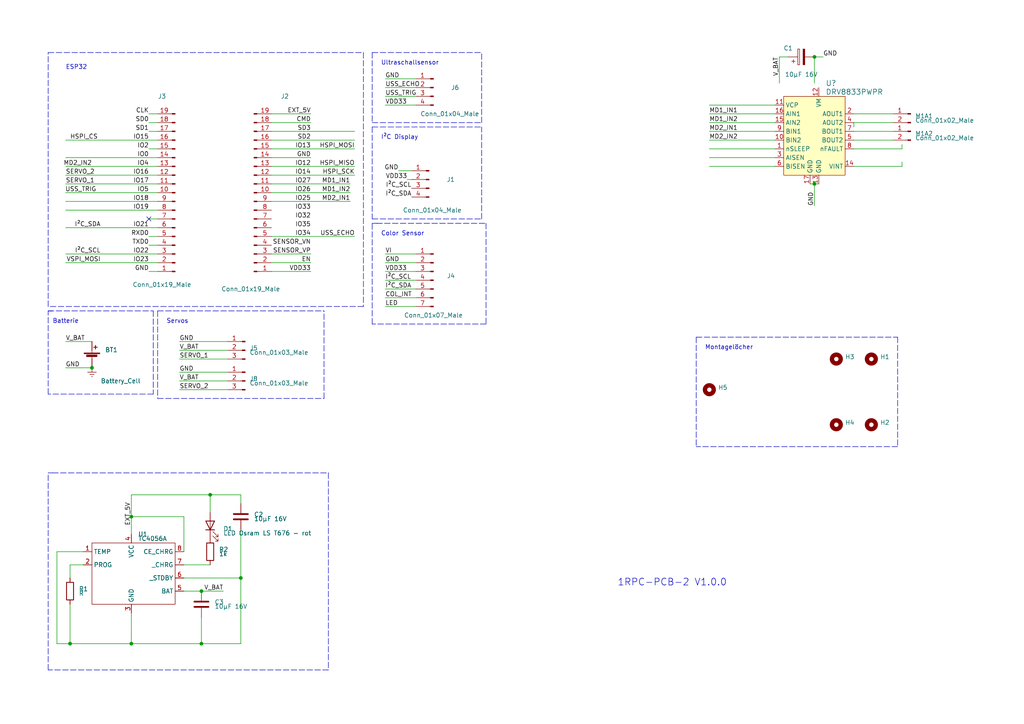
<source format=kicad_sch>
(kicad_sch (version 20211123) (generator eeschema)
  (paper "A4")
  (lib_symbols
    (symbol "Connector:Conn_01x02_Male" (pin_names (offset 1.016) hide)
      (property "Reference" "J" (at 0 2.54 0))
      (property "Value" "Conn_01x02_Male" (at 0 -5.08 0))
      (symbol "Conn_01x02_Male_1_1"
        (polyline (pts (xy 1.27 -2.54) (xy 0.8636 -2.54)) (stroke (width 0.1524)))
        (polyline (pts (xy 1.27 0) (xy 0.8636 0)) (stroke (width 0.1524)))
        (rectangle (start 0.8636 -2.413) (end 0 -2.667) (stroke (width 0.1524)) (fill (type outline)))
        (rectangle (start 0.8636 0.127) (end 0 -0.127) (stroke (width 0.1524)) (fill (type outline)))
        (pin passive line (at 5.08 0 180) (length 3.81) (name "Pin_1") (number "1"))
        (pin passive line (at 5.08 -2.54 180) (length 3.81) (name "Pin_2") (number "2"))
      )
    )
    (symbol "Connector:Conn_01x03_Male" (pin_names (offset 1.016) hide)
      (property "Reference" "J" (at 0 5.08 0))
      (property "Value" "Conn_01x03_Male" (at 0 -5.08 0))
      (symbol "Conn_01x03_Male_1_1"
        (polyline (pts (xy 1.27 -2.54) (xy 0.8636 -2.54)) (stroke (width 0.1524)))
        (polyline (pts (xy 1.27 0) (xy 0.8636 0)) (stroke (width 0.1524)))
        (polyline (pts (xy 1.27 2.54) (xy 0.8636 2.54)) (stroke (width 0.1524)))
        (rectangle (start 0.8636 -2.413) (end 0 -2.667) (stroke (width 0.1524)) (fill (type outline)))
        (rectangle (start 0.8636 0.127) (end 0 -0.127) (stroke (width 0.1524)) (fill (type outline)))
        (rectangle (start 0.8636 2.667) (end 0 2.413) (stroke (width 0.1524)) (fill (type outline)))
        (pin passive line (at 5.08 2.54 180) (length 3.81) (name "Pin_1") (number "1"))
        (pin passive line (at 5.08 0 180) (length 3.81) (name "Pin_2") (number "2"))
        (pin passive line (at 5.08 -2.54 180) (length 3.81) (name "Pin_3") (number "3"))
      )
    )
    (symbol "Connector:Conn_01x04_Male" (pin_names (offset 1.016) hide)
      (property "Reference" "J" (at 0 5.08 0))
      (property "Value" "Conn_01x04_Male" (at 0 -7.62 0))
      (symbol "Conn_01x04_Male_1_1"
        (polyline (pts (xy 1.27 -5.08) (xy 0.8636 -5.08)) (stroke (width 0.1524)))
        (polyline (pts (xy 1.27 -2.54) (xy 0.8636 -2.54)) (stroke (width 0.1524)))
        (polyline (pts (xy 1.27 0) (xy 0.8636 0)) (stroke (width 0.1524)))
        (polyline (pts (xy 1.27 2.54) (xy 0.8636 2.54)) (stroke (width 0.1524)))
        (rectangle (start 0.8636 -4.953) (end 0 -5.207) (stroke (width 0.1524)) (fill (type outline)))
        (rectangle (start 0.8636 -2.413) (end 0 -2.667) (stroke (width 0.1524)) (fill (type outline)))
        (rectangle (start 0.8636 0.127) (end 0 -0.127) (stroke (width 0.1524)) (fill (type outline)))
        (rectangle (start 0.8636 2.667) (end 0 2.413) (stroke (width 0.1524)) (fill (type outline)))
        (pin passive line (at 5.08 2.54 180) (length 3.81) (name "Pin_1") (number "1"))
        (pin passive line (at 5.08 0 180) (length 3.81) (name "Pin_2") (number "2"))
        (pin passive line (at 5.08 -2.54 180) (length 3.81) (name "Pin_3") (number "3"))
        (pin passive line (at 5.08 -5.08 180) (length 3.81) (name "Pin_4") (number "4"))
      )
    )
    (symbol "Connector:Conn_01x07_Male" (pin_names (offset 1.016) hide)
      (property "Reference" "J" (at 0 10.16 0))
      (property "Value" "Conn_01x07_Male" (at 0 -10.16 0))
      (symbol "Conn_01x07_Male_1_1"
        (polyline (pts (xy 1.27 -7.62) (xy 0.8636 -7.62)) (stroke (width 0.1524)))
        (polyline (pts (xy 1.27 -5.08) (xy 0.8636 -5.08)) (stroke (width 0.1524)))
        (polyline (pts (xy 1.27 -2.54) (xy 0.8636 -2.54)) (stroke (width 0.1524)))
        (polyline (pts (xy 1.27 0) (xy 0.8636 0)) (stroke (width 0.1524)))
        (polyline (pts (xy 1.27 2.54) (xy 0.8636 2.54)) (stroke (width 0.1524)))
        (polyline (pts (xy 1.27 5.08) (xy 0.8636 5.08)) (stroke (width 0.1524)))
        (polyline (pts (xy 1.27 7.62) (xy 0.8636 7.62)) (stroke (width 0.1524)))
        (rectangle (start 0.8636 -7.493) (end 0 -7.747) (stroke (width 0.1524)) (fill (type outline)))
        (rectangle (start 0.8636 -4.953) (end 0 -5.207) (stroke (width 0.1524)) (fill (type outline)))
        (rectangle (start 0.8636 -2.413) (end 0 -2.667) (stroke (width 0.1524)) (fill (type outline)))
        (rectangle (start 0.8636 0.127) (end 0 -0.127) (stroke (width 0.1524)) (fill (type outline)))
        (rectangle (start 0.8636 2.667) (end 0 2.413) (stroke (width 0.1524)) (fill (type outline)))
        (rectangle (start 0.8636 5.207) (end 0 4.953) (stroke (width 0.1524)) (fill (type outline)))
        (rectangle (start 0.8636 7.747) (end 0 7.493) (stroke (width 0.1524)) (fill (type outline)))
        (pin passive line (at 5.08 7.62 180) (length 3.81) (name "Pin_1") (number "1"))
        (pin passive line (at 5.08 5.08 180) (length 3.81) (name "Pin_2") (number "2"))
        (pin passive line (at 5.08 2.54 180) (length 3.81) (name "Pin_3") (number "3"))
        (pin passive line (at 5.08 0 180) (length 3.81) (name "Pin_4") (number "4"))
        (pin passive line (at 5.08 -2.54 180) (length 3.81) (name "Pin_5") (number "5"))
        (pin passive line (at 5.08 -5.08 180) (length 3.81) (name "Pin_6") (number "6"))
        (pin passive line (at 5.08 -7.62 180) (length 3.81) (name "Pin_7") (number "7"))
      )
    )
    (symbol "Connector:Conn_01x19_Male" (pin_names (offset 1.016) hide)
      (property "Reference" "J" (at 0 25.4 0))
      (property "Value" "Conn_01x19_Male" (at 0 -25.4 0))
      (symbol "Conn_01x19_Male_1_1"
        (polyline (pts (xy 1.27 -22.86) (xy 0.8636 -22.86)) (stroke (width 0.1524)))
        (polyline (pts (xy 1.27 -20.32) (xy 0.8636 -20.32)) (stroke (width 0.1524)))
        (polyline (pts (xy 1.27 -17.78) (xy 0.8636 -17.78)) (stroke (width 0.1524)))
        (polyline (pts (xy 1.27 -15.24) (xy 0.8636 -15.24)) (stroke (width 0.1524)))
        (polyline (pts (xy 1.27 -12.7) (xy 0.8636 -12.7)) (stroke (width 0.1524)))
        (polyline (pts (xy 1.27 -10.16) (xy 0.8636 -10.16)) (stroke (width 0.1524)))
        (polyline (pts (xy 1.27 -7.62) (xy 0.8636 -7.62)) (stroke (width 0.1524)))
        (polyline (pts (xy 1.27 -5.08) (xy 0.8636 -5.08)) (stroke (width 0.1524)))
        (polyline (pts (xy 1.27 -2.54) (xy 0.8636 -2.54)) (stroke (width 0.1524)))
        (polyline (pts (xy 1.27 0) (xy 0.8636 0)) (stroke (width 0.1524)))
        (polyline (pts (xy 1.27 2.54) (xy 0.8636 2.54)) (stroke (width 0.1524)))
        (polyline (pts (xy 1.27 5.08) (xy 0.8636 5.08)) (stroke (width 0.1524)))
        (polyline (pts (xy 1.27 7.62) (xy 0.8636 7.62)) (stroke (width 0.1524)))
        (polyline (pts (xy 1.27 10.16) (xy 0.8636 10.16)) (stroke (width 0.1524)))
        (polyline (pts (xy 1.27 12.7) (xy 0.8636 12.7)) (stroke (width 0.1524)))
        (polyline (pts (xy 1.27 15.24) (xy 0.8636 15.24)) (stroke (width 0.1524)))
        (polyline (pts (xy 1.27 17.78) (xy 0.8636 17.78)) (stroke (width 0.1524)))
        (polyline (pts (xy 1.27 20.32) (xy 0.8636 20.32)) (stroke (width 0.1524)))
        (polyline (pts (xy 1.27 22.86) (xy 0.8636 22.86)) (stroke (width 0.1524)))
        (rectangle (start 0.8636 -22.733) (end 0 -22.987) (stroke (width 0.1524)) (fill (type outline)))
        (rectangle (start 0.8636 -20.193) (end 0 -20.447) (stroke (width 0.1524)) (fill (type outline)))
        (rectangle (start 0.8636 -17.653) (end 0 -17.907) (stroke (width 0.1524)) (fill (type outline)))
        (rectangle (start 0.8636 -15.113) (end 0 -15.367) (stroke (width 0.1524)) (fill (type outline)))
        (rectangle (start 0.8636 -12.573) (end 0 -12.827) (stroke (width 0.1524)) (fill (type outline)))
        (rectangle (start 0.8636 -10.033) (end 0 -10.287) (stroke (width 0.1524)) (fill (type outline)))
        (rectangle (start 0.8636 -7.493) (end 0 -7.747) (stroke (width 0.1524)) (fill (type outline)))
        (rectangle (start 0.8636 -4.953) (end 0 -5.207) (stroke (width 0.1524)) (fill (type outline)))
        (rectangle (start 0.8636 -2.413) (end 0 -2.667) (stroke (width 0.1524)) (fill (type outline)))
        (rectangle (start 0.8636 0.127) (end 0 -0.127) (stroke (width 0.1524)) (fill (type outline)))
        (rectangle (start 0.8636 2.667) (end 0 2.413) (stroke (width 0.1524)) (fill (type outline)))
        (rectangle (start 0.8636 5.207) (end 0 4.953) (stroke (width 0.1524)) (fill (type outline)))
        (rectangle (start 0.8636 7.747) (end 0 7.493) (stroke (width 0.1524)) (fill (type outline)))
        (rectangle (start 0.8636 10.287) (end 0 10.033) (stroke (width 0.1524)) (fill (type outline)))
        (rectangle (start 0.8636 12.827) (end 0 12.573) (stroke (width 0.1524)) (fill (type outline)))
        (rectangle (start 0.8636 15.367) (end 0 15.113) (stroke (width 0.1524)) (fill (type outline)))
        (rectangle (start 0.8636 17.907) (end 0 17.653) (stroke (width 0.1524)) (fill (type outline)))
        (rectangle (start 0.8636 20.447) (end 0 20.193) (stroke (width 0.1524)) (fill (type outline)))
        (rectangle (start 0.8636 22.987) (end 0 22.733) (stroke (width 0.1524)) (fill (type outline)))
        (pin passive line (at 5.08 22.86 180) (length 3.81) (name "Pin_1") (number "1"))
        (pin passive line (at 5.08 0 180) (length 3.81) (name "Pin_10") (number "10"))
        (pin passive line (at 5.08 -2.54 180) (length 3.81) (name "Pin_11") (number "11"))
        (pin passive line (at 5.08 -5.08 180) (length 3.81) (name "Pin_12") (number "12"))
        (pin passive line (at 5.08 -7.62 180) (length 3.81) (name "Pin_13") (number "13"))
        (pin passive line (at 5.08 -10.16 180) (length 3.81) (name "Pin_14") (number "14"))
        (pin passive line (at 5.08 -12.7 180) (length 3.81) (name "Pin_15") (number "15"))
        (pin passive line (at 5.08 -15.24 180) (length 3.81) (name "Pin_16") (number "16"))
        (pin passive line (at 5.08 -17.78 180) (length 3.81) (name "Pin_17") (number "17"))
        (pin passive line (at 5.08 -20.32 180) (length 3.81) (name "Pin_18") (number "18"))
        (pin passive line (at 5.08 -22.86 180) (length 3.81) (name "Pin_19") (number "19"))
        (pin passive line (at 5.08 20.32 180) (length 3.81) (name "Pin_2") (number "2"))
        (pin passive line (at 5.08 17.78 180) (length 3.81) (name "Pin_3") (number "3"))
        (pin passive line (at 5.08 15.24 180) (length 3.81) (name "Pin_4") (number "4"))
        (pin passive line (at 5.08 12.7 180) (length 3.81) (name "Pin_5") (number "5"))
        (pin passive line (at 5.08 10.16 180) (length 3.81) (name "Pin_6") (number "6"))
        (pin passive line (at 5.08 7.62 180) (length 3.81) (name "Pin_7") (number "7"))
        (pin passive line (at 5.08 5.08 180) (length 3.81) (name "Pin_8") (number "8"))
        (pin passive line (at 5.08 2.54 180) (length 3.81) (name "Pin_9") (number "9"))
      )
    )
    (symbol "Device:Battery_Cell" (pin_numbers hide) (pin_names (offset 0) hide)
      (property "Reference" "BT" (at 2.54 2.54 0))
      (property "Value" "Battery_Cell" (at 2.54 0 0))
      (symbol "Battery_Cell_0_1"
        (rectangle (start -2.286 1.778) (end 2.286 1.524) (fill (type outline)))
        (rectangle (start -1.5748 1.1938) (end 1.4732 0.6858) (fill (type outline)))
        (polyline (pts (xy 0 0.762) (xy 0 0)))
        (polyline (pts (xy 0 1.778) (xy 0 2.54)))
        (polyline (pts (xy 0.508 3.429) (xy 1.524 3.429)) (stroke (width 0.254)))
        (polyline (pts (xy 1.016 3.937) (xy 1.016 2.921)) (stroke (width 0.254)))
      )
      (symbol "Battery_Cell_1_1"
        (pin passive line (at 0 5.08 270) (length 2.54) (name "+") (number "1"))
        (pin passive line (at 0 -2.54 90) (length 2.54) (name "-") (number "2"))
      )
    )
    (symbol "Device:C" (pin_numbers hide) (pin_names (offset 0.254))
      (property "Reference" "C" (at 0.635 2.54 0))
      (property "Value" "C" (at 0.635 -2.54 0))
      (symbol "C_0_1"
        (polyline (pts (xy -2.032 -0.762) (xy 2.032 -0.762)) (stroke (width 0.508)))
        (polyline (pts (xy -2.032 0.762) (xy 2.032 0.762)) (stroke (width 0.508)))
      )
      (symbol "C_1_1"
        (pin passive line (at 0 3.81 270) (length 2.794) (name "~") (number "1"))
        (pin passive line (at 0 -3.81 90) (length 2.794) (name "~") (number "2"))
      )
    )
    (symbol "Device:C_Polarized" (pin_numbers hide) (pin_names (offset 0.254))
      (property "Reference" "C" (at 0.635 2.54 0))
      (property "Value" "C_Polarized" (at 0.635 -2.54 0))
      (symbol "C_Polarized_0_1"
        (rectangle (start -2.286 0.508) (end 2.286 1.016))
        (polyline (pts (xy -1.778 2.286) (xy -0.762 2.286)))
        (polyline (pts (xy -1.27 2.794) (xy -1.27 1.778)))
        (rectangle (start 2.286 -0.508) (end -2.286 -1.016) (fill (type outline)))
      )
      (symbol "C_Polarized_1_1"
        (pin passive line (at 0 3.81 270) (length 2.794) (name "~") (number "1"))
        (pin passive line (at 0 -3.81 90) (length 2.794) (name "~") (number "2"))
      )
    )
    (symbol "Device:LED" (pin_numbers hide) (pin_names (offset 1.016) hide)
      (property "Reference" "D" (at 0 2.54 0))
      (property "Value" "LED" (at 0 -2.54 0))
      (symbol "LED_0_1"
        (polyline (pts (xy -1.27 -1.27) (xy -1.27 1.27)) (stroke (width 0.254)))
        (polyline (pts (xy -1.27 0) (xy 1.27 0)))
        (polyline (pts (xy 1.27 -1.27) (xy 1.27 1.27) (xy -1.27 0) (xy 1.27 -1.27)) (stroke (width 0.254)))
        (polyline (pts (xy -3.048 -0.762) (xy -4.572 -2.286) (xy -3.81 -2.286) (xy -4.572 -2.286) (xy -4.572 -1.524)))
        (polyline (pts (xy -1.778 -0.762) (xy -3.302 -2.286) (xy -2.54 -2.286) (xy -3.302 -2.286) (xy -3.302 -1.524)))
      )
      (symbol "LED_1_1"
        (pin passive line (at -3.81 0 0) (length 2.54) (name "K") (number "1"))
        (pin passive line (at 3.81 0 180) (length 2.54) (name "A") (number "2"))
      )
    )
    (symbol "Device:R" (pin_numbers hide) (pin_names (offset 0))
      (property "Reference" "R" (at 2.032 0 90))
      (property "Value" "R" (at 0 0 90))
      (symbol "R_0_1"
        (rectangle (start -1.016 -2.54) (end 1.016 2.54) (stroke (width 0.254)))
      )
      (symbol "R_1_1"
        (pin passive line (at 0 3.81 270) (length 1.27) (name "~") (number "1"))
        (pin passive line (at 0 -3.81 90) (length 1.27) (name "~") (number "2"))
      )
    )
    (symbol "Mechanical:MountingHole" (pin_names (offset 1.016))
      (property "Reference" "H" (at 0 5.08 0))
      (property "Value" "MountingHole" (at 0 3.175 0))
      (symbol "MountingHole_0_1"
        (circle (center 0 0) (radius 1.27) (stroke (width 1.27)))
      )
    )
    (symbol "MountingHole_1" (pin_names (offset 1.016) hide)
      (property "Reference" "H" (at 0 5.08 0))
      (property "Value" "MountingHole_1" (at 0 3.175 0))
      (symbol "MountingHole_1_0_1"
        (circle (center 0 0) (radius 1.27) (stroke (width 1.27)))
      )
    )
    (symbol "ch1:TC4056A"
      (property "Reference" "U" (at -2.54 15.24 0))
      (property "Value" "TC4056A" (at 3.81 -31.75 0))
      (symbol "TC4056A_0_1"
        (rectangle (start -3.81 10.16) (end 20.32 -7.62))
      )
      (symbol "TC4056A_1_1"
        (pin passive line (at -6.35 7.62 0) (length 2.54) (name "TEMP") (number "1"))
        (pin passive line (at -6.35 3.81 0) (length 2.54) (name "PROG") (number "2"))
        (pin passive line (at 7.62 -10.16 90) (length 2.54) (name "GND") (number "3"))
        (pin power_in line (at 7.62 12.7 270) (length 2.54) (name "VCC") (number "4"))
        (pin passive line (at 22.86 -3.81 180) (length 2.54) (name "BAT") (number "5"))
        (pin passive line (at 22.86 0 180) (length 2.54) (name "_STDBY") (number "6"))
        (pin passive line (at 22.86 3.81 180) (length 2.54) (name "_CHRG") (number "7"))
        (pin passive line (at 22.86 7.62 180) (length 2.54) (name "CE_CHRG") (number "8"))
      )
    )
    (symbol "dk_PMIC-Full-Half-Bridge-Drivers:DRV8833PWPR"
      (property "Reference" "U" (at -7.62 13.97 0))
      (property "Value" "DRV8833PWPR" (at -5.08 16.51 0))
      (symbol "DRV8833PWPR_0_1"
        (rectangle (start -10.16 12.7) (end 7.62 -10.16) (fill (type background)))
      )
      (symbol "DRV8833PWPR_1_1"
        (pin input line (at -12.7 -2.54 0) (length 2.54) (name "nSLEEP") (number "1"))
        (pin input line (at -12.7 0 0) (length 2.54) (name "BIN2") (number "10"))
        (pin bidirectional line (at -12.7 10.16 0) (length 2.54) (name "VCP") (number "11"))
        (pin power_in line (at 0 15.24 270) (length 2.54) (name "VM") (number "12"))
        (pin power_in line (at 0 -12.7 90) (length 2.54) (name "GND") (number "13"))
        (pin passive line (at 10.16 -7.62 180) (length 2.54) (name "VINT") (number "14"))
        (pin input line (at -12.7 5.08 0) (length 2.54) (name "AIN2") (number "15"))
        (pin input line (at -12.7 7.62 0) (length 2.54) (name "AIN1") (number "16"))
        (pin unspecified line (at -2.54 -12.7 90) (length 2.54) (name "GND") (number "17"))
        (pin output line (at 10.16 7.62 180) (length 2.54) (name "AOUT1") (number "2"))
        (pin bidirectional line (at -12.7 -5.08 0) (length 2.54) (name "AISEN") (number "3"))
        (pin output line (at 10.16 5.08 180) (length 2.54) (name "AOUT2") (number "4"))
        (pin output line (at 10.16 0 180) (length 2.54) (name "BOUT2") (number "5"))
        (pin bidirectional line (at -12.7 -7.62 0) (length 2.54) (name "BISEN") (number "6"))
        (pin output line (at 10.16 2.54 180) (length 2.54) (name "BOUT1") (number "7"))
        (pin output line (at 10.16 -2.54 180) (length 2.54) (name "nFAULT") (number "8"))
        (pin input line (at -12.7 2.54 0) (length 2.54) (name "BIN1") (number "9"))
      )
    )
    (symbol "power:Earth" (power) (pin_names (offset 0))
      (symbol "Earth_0_1"
        (polyline (pts (xy -0.635 -1.905) (xy 0.635 -1.905)))
        (polyline (pts (xy -0.127 -2.54) (xy 0.127 -2.54)))
        (polyline (pts (xy 0 -1.27) (xy 0 0)))
        (polyline (pts (xy 1.27 -1.27) (xy -1.27 -1.27)))
      )
      (symbol "Earth_1_1"
        (pin power_in line (at 0 0 270) (length 0) hide (name "Earth") (number "1"))
      )
    )
  )
  (junction (at 20.32 186.69))
  (junction (at 236.22 53.34))
  (junction (at 58.42 186.69))
  (junction (at 38.1 149.86))
  (junction (at 38.1 186.69))
  (junction (at 236.22 16.51))
  (junction (at 26.67 106.68))
  (junction (at 60.96 143.51))
  (junction (at 69.85 167.64))
  (junction (at 58.42 171.45))
  (no_connect (at 43.18 63.5))
  (wire (pts (xy 111.76 88.9) (xy 120.65 88.9)))
  (wire (pts (xy 43.18 68.58) (xy 45.72 68.58)))
  (wire (pts (xy 45.72 73.66) (xy 19.05 73.66)))
  (wire (pts (xy 205.74 30.48) (xy 224.79 30.48)))
  (wire (pts (xy 247.65 40.64) (xy 259.08 40.64)))
  (polyline (pts (xy 13.97 137.16) (xy 15.24 137.16)))
  (wire (pts (xy 102.87 43.18) (xy 78.74 43.18)))
  (polyline (pts (xy 107.95 36.83) (xy 107.95 63.5)))
  (wire (pts (xy 78.74 68.58) (xy 102.87 68.58)))
  (polyline (pts (xy 13.97 194.31) (xy 13.97 137.16)))
  (wire (pts (xy 111.76 22.86) (xy 120.65 22.86)))
  (polyline (pts (xy 107.95 36.83) (xy 139.7 36.83)))
  (wire (pts (xy 205.74 40.64) (xy 224.79 40.64)))
  (wire (pts (xy 247.65 48.26) (xy 261.62 48.26)))
  (polyline (pts (xy 95.25 137.16) (xy 95.25 194.31)))
  (wire (pts (xy 111.76 30.48) (xy 120.65 30.48)))
  (polyline (pts (xy 44.45 114.3) (xy 13.97 114.3)))
  (wire (pts (xy 66.04 110.49) (xy 52.07 110.49)))
  (wire (pts (xy 205.74 48.26) (xy 224.79 48.26)))
  (wire (pts (xy 53.34 149.86) (xy 38.1 149.86)))
  (wire (pts (xy 19.05 50.8) (xy 45.72 50.8)))
  (wire (pts (xy 90.17 78.74) (xy 78.74 78.74)))
  (wire (pts (xy 58.42 186.69) (xy 38.1 186.69)))
  (wire (pts (xy 111.76 25.4) (xy 120.65 25.4)))
  (wire (pts (xy 45.72 76.2) (xy 19.05 76.2)))
  (wire (pts (xy 43.18 43.18) (xy 45.72 43.18)))
  (wire (pts (xy 236.22 53.34) (xy 237.49 53.34)))
  (wire (pts (xy 247.65 35.56) (xy 247.65 36.83)))
  (polyline (pts (xy 107.95 63.5) (xy 139.7 63.5)))
  (polyline (pts (xy 13.97 90.17) (xy 44.45 90.17)))
  (wire (pts (xy 247.65 43.18) (xy 261.62 43.18)))
  (polyline (pts (xy 95.25 194.31) (xy 13.97 194.31)))
  (wire (pts (xy 45.72 40.64) (xy 19.05 40.64)))
  (wire (pts (xy 226.06 16.51) (xy 228.6 16.51)))
  (wire (pts (xy 45.72 58.42) (xy 19.05 58.42)))
  (wire (pts (xy 16.51 186.69) (xy 20.32 186.69)))
  (wire (pts (xy 69.85 143.51) (xy 69.85 146.05)))
  (polyline (pts (xy 105.41 88.9) (xy 13.97 88.9)))
  (polyline (pts (xy 13.97 88.9) (xy 13.97 15.24)))
  (wire (pts (xy 38.1 149.86) (xy 38.1 154.94)))
  (wire (pts (xy 111.76 76.2) (xy 120.65 76.2)))
  (polyline (pts (xy 13.97 15.24) (xy 105.41 15.24)))
  (wire (pts (xy 90.17 33.02) (xy 78.74 33.02)))
  (wire (pts (xy 78.74 53.34) (xy 101.6 53.34)))
  (wire (pts (xy 53.34 171.45) (xy 58.42 171.45)))
  (wire (pts (xy 19.05 99.06) (xy 26.67 99.06)))
  (wire (pts (xy 90.17 45.72) (xy 78.74 45.72)))
  (wire (pts (xy 60.96 143.51) (xy 60.96 148.59)))
  (wire (pts (xy 19.05 106.68) (xy 26.67 106.68)))
  (wire (pts (xy 69.85 153.67) (xy 69.85 167.64)))
  (wire (pts (xy 45.72 33.02) (xy 43.18 33.02)))
  (wire (pts (xy 205.74 45.72) (xy 224.79 45.72)))
  (wire (pts (xy 58.42 179.07) (xy 58.42 186.69)))
  (wire (pts (xy 111.76 83.82) (xy 120.65 83.82)))
  (wire (pts (xy 102.87 50.8) (xy 78.74 50.8)))
  (polyline (pts (xy 107.95 64.77) (xy 110.49 64.77)))
  (polyline (pts (xy 201.93 97.79) (xy 201.93 129.54)))
  (wire (pts (xy 236.22 16.51) (xy 238.76 16.51)))
  (wire (pts (xy 247.65 33.02) (xy 259.08 33.02)))
  (polyline (pts (xy 260.35 97.79) (xy 260.35 129.54)))
  (wire (pts (xy 205.74 43.18) (xy 224.79 43.18)))
  (wire (pts (xy 52.07 99.06) (xy 66.04 99.06)))
  (wire (pts (xy 20.32 163.83) (xy 20.32 167.64)))
  (wire (pts (xy 234.95 53.34) (xy 236.22 53.34)))
  (wire (pts (xy 111.76 81.28) (xy 120.65 81.28)))
  (wire (pts (xy 261.62 46.99) (xy 261.62 48.26)))
  (wire (pts (xy 247.65 38.1) (xy 259.08 38.1)))
  (wire (pts (xy 111.76 86.36) (xy 120.65 86.36)))
  (wire (pts (xy 20.32 186.69) (xy 38.1 186.69)))
  (polyline (pts (xy 107.95 35.56) (xy 139.7 35.56)))
  (polyline (pts (xy 201.93 97.79) (xy 260.35 97.79)))
  (wire (pts (xy 102.87 40.64) (xy 78.74 40.64)))
  (polyline (pts (xy 139.7 63.5) (xy 139.7 36.83)))
  (polyline (pts (xy 13.97 90.17) (xy 15.24 90.17)))
  (wire (pts (xy 20.32 175.26) (xy 20.32 186.69)))
  (polyline (pts (xy 93.98 115.57) (xy 93.98 90.17)))
  (wire (pts (xy 43.18 71.12) (xy 45.72 71.12)))
  (wire (pts (xy 53.34 163.83) (xy 60.96 163.83)))
  (wire (pts (xy 45.72 45.72) (xy 19.05 45.72)))
  (polyline (pts (xy 105.41 15.24) (xy 105.41 88.9)))
  (wire (pts (xy 261.62 41.91) (xy 261.62 43.18)))
  (wire (pts (xy 102.87 38.1) (xy 78.74 38.1)))
  (polyline (pts (xy 13.97 114.3) (xy 13.97 90.17)))
  (polyline (pts (xy 15.24 137.16) (xy 95.25 137.16)))
  (wire (pts (xy 118.11 52.07) (xy 119.38 52.07)))
  (wire (pts (xy 43.18 78.74) (xy 45.72 78.74)))
  (wire (pts (xy 43.18 38.1) (xy 45.72 38.1)))
  (polyline (pts (xy 139.7 35.56) (xy 139.7 15.24)))
  (wire (pts (xy 60.96 143.51) (xy 69.85 143.51)))
  (wire (pts (xy 19.05 53.34) (xy 45.72 53.34)))
  (wire (pts (xy 52.07 104.14) (xy 66.04 104.14)))
  (wire (pts (xy 38.1 143.51) (xy 60.96 143.51)))
  (polyline (pts (xy 44.45 90.17) (xy 44.45 114.3)))
  (polyline (pts (xy 109.22 64.77) (xy 140.97 64.77)))
  (wire (pts (xy 69.85 167.64) (xy 69.85 186.69)))
  (wire (pts (xy 24.13 160.02) (xy 16.51 160.02)))
  (wire (pts (xy 111.76 27.94) (xy 120.65 27.94)))
  (polyline (pts (xy 107.95 93.98) (xy 107.95 64.77)))
  (wire (pts (xy 38.1 143.51) (xy 38.1 149.86)))
  (wire (pts (xy 111.76 78.74) (xy 120.65 78.74)))
  (wire (pts (xy 205.74 33.02) (xy 224.79 33.02)))
  (wire (pts (xy 226.06 16.51) (xy 226.06 24.13)))
  (wire (pts (xy 111.76 73.66) (xy 120.65 73.66)))
  (polyline (pts (xy 107.95 15.24) (xy 107.95 35.56)))
  (wire (pts (xy 205.74 38.1) (xy 224.79 38.1)))
  (wire (pts (xy 78.74 55.88) (xy 101.6 55.88)))
  (wire (pts (xy 53.34 160.02) (xy 53.34 149.86)))
  (wire (pts (xy 45.72 55.88) (xy 19.05 55.88)))
  (wire (pts (xy 43.18 35.56) (xy 45.72 35.56)))
  (wire (pts (xy 16.51 160.02) (xy 16.51 186.69)))
  (wire (pts (xy 69.85 186.69) (xy 58.42 186.69)))
  (wire (pts (xy 52.07 113.03) (xy 66.04 113.03)))
  (wire (pts (xy 236.22 16.51) (xy 236.22 24.13)))
  (wire (pts (xy 205.74 35.56) (xy 224.79 35.56)))
  (polyline (pts (xy 45.72 90.17) (xy 45.72 115.57)))
  (polyline (pts (xy 260.35 129.54) (xy 201.93 129.54)))
  (wire (pts (xy 43.18 63.5) (xy 45.72 63.5)))
  (polyline (pts (xy 45.72 115.57) (xy 93.98 115.57)))
  (wire (pts (xy 52.07 107.95) (xy 66.04 107.95)))
  (wire (pts (xy 66.04 101.6) (xy 52.07 101.6)))
  (polyline (pts (xy 140.97 93.98) (xy 107.95 93.98)))
  (wire (pts (xy 236.22 53.34) (xy 236.22 59.69)))
  (wire (pts (xy 115.57 49.53) (xy 119.38 49.53)))
  (polyline (pts (xy 140.97 64.77) (xy 140.97 93.98)))
  (wire (pts (xy 78.74 58.42) (xy 101.6 58.42)))
  (wire (pts (xy 24.13 163.83) (xy 20.32 163.83)))
  (wire (pts (xy 102.87 48.26) (xy 78.74 48.26)))
  (wire (pts (xy 259.08 35.56) (xy 247.65 35.56)))
  (polyline (pts (xy 45.72 90.17) (xy 93.98 90.17)))
  (wire (pts (xy 45.72 60.96) (xy 19.05 60.96)))
  (wire (pts (xy 53.34 167.64) (xy 69.85 167.64)))
  (wire (pts (xy 45.72 48.26) (xy 19.05 48.26)))
  (wire (pts (xy 78.74 76.2) (xy 90.17 76.2)))
  (wire (pts (xy 38.1 177.8) (xy 38.1 186.69)))
  (wire (pts (xy 19.05 66.04) (xy 45.72 66.04)))
  (wire (pts (xy 78.74 73.66) (xy 90.17 73.66)))
  (wire (pts (xy 90.17 35.56) (xy 78.74 35.56)))
  (polyline (pts (xy 107.95 15.24) (xy 139.7 15.24)))
  (wire (pts (xy 58.42 171.45) (xy 64.77 171.45)))
  (text "I²C Display" (at 110.49 40.64 0) (effects (font (size 1.27 1.27)) (justify left bottom)))
  (text "Montagelöcher" (at 204.47 101.6 0) (effects (font (size 1.27 1.27)) (justify left bottom)))
  (text "1RPC-PCB-2 V1.0.0" (at 179.07 170.18 0) (effects (font (size 2 2)) (justify left bottom)))
  (text "Servos" (at 48.26 93.98 0) (effects (font (size 1.27 1.27)) (justify left bottom)))
  (text "Ultraschallsensor" (at 110.49 19.05 0) (effects (font (size 1.27 1.27)) (justify left bottom)))
  (text "Color Sensor" (at 110.49 68.58 0) (effects (font (size 1.27 1.27)) (justify left bottom)))
  (text "ESP32 " (at 19.05 20.32 0) (effects (font (size 1.27 1.27)) (justify left bottom)))
  (text "Batterie" (at 15.24 93.98 0) (effects (font (size 1.27 1.27)) (justify left bottom)))
  (label "IO16" (at 43.18 50.8 180))
  (label "HSPI_SCK" (at 102.87 50.8 180))
  (label "USS_TRIG" (at 27.94 55.88 180))
  (label "HSPI_MISO" (at 102.87 48.26 180))
  (label "V_BAT" (at 52.07 110.49 0))
  (label "IO23" (at 43.18 76.2 180))
  (label "MD2_IN1" (at 101.6 58.42 180))
  (label "IO15" (at 43.18 40.64 180))
  (label "EXT_5V" (at 90.17 33.02 180))
  (label "SD3" (at 90.17 38.1 180))
  (label "I²C_SCL" (at 29.21 73.66 180))
  (label "EN" (at 90.17 76.2 180))
  (label "VDD33" (at 111.76 78.74 0))
  (label "IO14" (at 90.17 50.8 180))
  (label "HSPI_MOSI" (at 102.87 43.18 180))
  (label "VSPI_MOSI" (at 29.21 76.2 180))
  (label "I²C_SCL" (at 119.38 54.61 180))
  (label "IO21" (at 43.18 66.04 180))
  (label "IO25" (at 90.17 58.42 180))
  (label "MD1_IN1" (at 101.6 53.34 180))
  (label "USS_ECHO" (at 102.87 68.58 180))
  (label "IO12" (at 90.17 48.26 180))
  (label "MD1_IN2" (at 205.74 35.56 0))
  (label "SENSOR_VN" (at 90.17 71.12 180))
  (label "SERVO_1" (at 19.05 53.34 0))
  (label "IO4" (at 43.18 48.26 180))
  (label "VSPI_CS" (at -10.16 53.34 180))
  (label "IO2" (at 43.18 43.18 180))
  (label "MD2_IN2" (at 205.74 40.64 0))
  (label "IO13" (at 90.17 43.18 180))
  (label "MD2_IN1" (at 205.74 38.1 0))
  (label "I²C_SDA" (at 119.38 57.15 180))
  (label "V_BAT" (at 19.05 99.06 0))
  (label "CMD" (at 90.17 35.56 180))
  (label "VI" (at 111.76 73.66 0))
  (label "GND" (at 111.76 22.86 0))
  (label "USS_ECHO" (at 111.76 25.4 0))
  (label "HSPI_CS" (at 20.32 40.64 0))
  (label "I²C_SDA" (at 111.76 83.82 0))
  (label "IO0" (at 43.18 45.72 180))
  (label "SD2" (at 90.17 40.64 180))
  (label "GND" (at 115.57 49.53 180))
  (label "GND" (at 90.17 45.72 180))
  (label "SERVO_2" (at 19.05 50.8 0))
  (label "V_BAT" (at 64.77 171.45 180))
  (label "IO35" (at 90.17 66.04 180))
  (label "GND" (at 52.07 107.95 0))
  (label "IO32" (at 90.17 63.5 180))
  (label "IO22" (at 43.18 73.66 180))
  (label "V_BAT" (at 226.06 16.51 270))
  (label "RXD0" (at 43.18 68.58 180))
  (label "IO17" (at 43.18 53.34 180))
  (label "TXD0" (at 43.18 71.12 180))
  (label "SD0" (at 43.18 35.56 180))
  (label "CLK" (at 43.18 33.02 180))
  (label "VSPI_MISO" (at -7.62 59.69 180))
  (label "IO18" (at 43.18 58.42 180))
  (label "VSPI_SCK" (at -6.35 55.88 180))
  (label "GND" (at 43.18 78.74 180))
  (label "SD1" (at 43.18 38.1 180))
  (label "I²C_SDA" (at 29.21 66.04 180))
  (label "COL_INT" (at 111.76 86.36 0))
  (label "MD1_IN2" (at 101.6 55.88 180))
  (label "GND" (at 52.07 99.06 0))
  (label "IO33" (at 90.17 60.96 180))
  (label "SERVO_2" (at 52.07 113.03 0))
  (label "VDD33" (at 90.17 78.74 180))
  (label "LED" (at 111.76 88.9 0))
  (label "IO27" (at 90.17 53.34 180))
  (label "I²C_SCL" (at 111.76 81.28 0))
  (label "IO5" (at 43.18 55.88 180))
  (label "VDD33" (at 118.11 52.07 180))
  (label "MD1_IN1" (at 205.74 33.02 0))
  (label "USS_TRIG" (at 111.76 27.94 0))
  (label "VDD33" (at 111.76 30.48 0))
  (label "IO34" (at 90.17 68.58 180))
  (label "IO19" (at 43.18 60.96 180))
  (label "IO26" (at 90.17 55.88 180))
  (label "GND" (at 236.22 59.69 90))
  (label "SERVO_1" (at 52.07 104.14 0))
  (label "GND" (at 238.76 16.51 0))
  (label "MD2_IN2" (at 26.67 48.26 180))
  (label "V_BAT" (at 52.07 101.6 0))
  (label "EXT_5V" (at 38.1 152.4 90))
  (label "GND" (at 111.76 76.2 0))
  (label "GND" (at 19.05 106.68 0))
  (label "SENSOR_VP" (at 90.17 73.66 180))
  (symbol (lib_id "Connector:Conn_01x02_Male") (at 264.16 33.02 0) (mirror y) (unit 1)
    (property "Reference" "M1A1" (at 265.43 33.655 0) (effects (justify right)))
    (property "Value" "Conn_01x02_Male" (at 265.43 34.925 0) (effects (justify right)))
    (property "Footprint" "Connector_JST:JST_XH_B2B-XH-A_1x02_P2.50mm_Vertical" (effects hide))
  )
  (symbol (lib_id "Connector:Conn_01x19_Male") (at 50.8 55.88 180) (unit 1)
    (property "Reference" "J3" (at 46.99 27.94 0))
    (property "Value" "Conn_01x19_Male" (at 46.99 82.55 0))
    (property "Footprint" "Connector_PinSocket_2.54mm:PinSocket_1x19_P2.54mm_Vertical" (effects hide))
  )
  (symbol (lib_id "Connector:Conn_01x07_Male") (at 125.73 81.28 0) (mirror y) (unit 1)
    (property "Reference" "J4" (at 130.81 80.01 0))
    (property "Value" "Conn_01x07_Male" (at 125.73 91.44 0))
    (property "Footprint" "Connector_JST:JST_XH_B7B-XH-A_1x07_P2.50mm_Vertical" (effects hide))
  )
  (symbol (lib_id "Connector:Conn_01x03_Male") (at 71.12 110.49 0) (mirror y) (unit 1)
    (property "Reference" "J8" (at 72.39 109.855 0) (effects (justify right)))
    (property "Value" "Conn_01x03_Male" (at 72.39 111.125 0) (effects (justify right)))
    (property "Footprint" "Connector_JST:JST_XH_B3B-XH-A_1x03_P2.50mm_Vertical" (effects hide))
  )
  (symbol (lib_id "Device:C") (at 69.85 149.86 0) (unit 1)
    (property "Reference" "C2" (at 73.66 149.225 0) (effects (justify left)))
    (property "Value" "10µF 16V" (at 73.66 150.495 0) (effects (justify left)))
    (property "Footprint" "Capacitor_SMD:CP_Elec_6.3x3" (effects hide))
  )
  (symbol (lib_id "Device:R") (at 20.32 171.45 0) (unit 1)
    (property "Reference" "R1" (at 22.86 170.815 0) (effects (justify left)))
    (property "Value" "R" (at 22.86 172.085 0) (effects (justify left)))
    (property "Footprint" "Resistor_SMD:R_0805_2012Metric" (effects hide))
  )
  (symbol (lib_id "Device:C") (at 58.42 175.26 0) (unit 1)
    (property "Reference" "C3" (at 62.23 174.625 0) (effects (justify left)))
    (property "Value" "10µF 16V" (at 62.23 175.895 0) (effects (justify left)))
    (property "Footprint" "Capacitor_SMD:CP_Elec_6.3x3" (effects hide))
  )
  (symbol (lib_id "Connector:Conn_01x04_Male") (at 124.46 52.07 0) (mirror y) (unit 1)
    (property "Reference" "J1" (at 129.54 52.07 0) (effects (justify right)))
    (property "Value" "Conn_01x04_Male" (at 116.84 60.96 0) (effects (justify right)))
    (property "Footprint" "Connector_JST:JST_XH_B4B-XH-A_1x04_P2.50mm_Vertical" (effects hide))
  )
  (symbol (lib_id "Device:R") (at 60.96 160.02 0) (unit 1)
    (property "Reference" "R2" (at 63.5 159.385 0) (effects (justify left)))
    (property "Value" "1k" (at 63.5 160.655 0) (effects (justify left)))
    (property "Footprint" "Resistor_SMD:R_0805_2012Metric" (effects hide))
  )
  (symbol (lib_id "Device:C_Polarized") (at 232.41 16.51 90) (unit 1)
    (property "Reference" "C1" (at 228.6 13.97 90))
    (property "Value" "10µF 16V" (at 232.41 21.59 90))
    (property "Footprint" "Capacitor_SMD:CP_Elec_6.3x7.7" (effects hide))
  )
  (symbol (lib_id "Connector:Conn_01x04_Male") (at 125.73 25.4 0) (mirror y) (unit 1)
    (property "Reference" "J6" (at 130.81 25.4 0) (effects (justify right)))
    (property "Value" "Conn_01x04_Male" (at 121.92 33.02 0) (effects (justify right)))
    (property "Footprint" "Connector_PinSocket_2.54mm:PinSocket_1x04_P2.54mm_Vertical" (effects hide))
  )
  (symbol (lib_name "MountingHole_1") (lib_id "Mechanical:MountingHole") (at 242.57 104.14 0) (unit 1)
    (property "Reference" "H3" (at 245.11 103.505 0) (effects (justify left)))
    (property "Value" "MountingHole" (effects hide))
    (property "Footprint" "MountingHole:MountingHole_2.2mm_M2_DIN965_Pad_TopBottom" (effects hide))
  )
  (symbol (lib_id "ch1:TC4056A") (at 30.48 167.64 0) (unit 1)
    (property "Reference" "U1" (at 40.0559 154.94 0) (effects (justify left)))
    (property "Value" "TC4056A" (at 40.0559 156.21 0) (effects (justify left)))
    (property "Footprint" "Package_SO:SOIC-8-1EP_3.9x4.9mm_P1.27mm_EP2.41x3.81mm" (effects hide))
  )
  (symbol (lib_id "Device:LED") (at 60.96 152.4 90) (unit 1)
    (property "Reference" "D1" (at 64.77 153.3525 90) (effects (justify right)))
    (property "Value" "LED Osram LS T676 - rot" (at 64.77 154.6225 90) (effects (justify right)))
    (property "Footprint" "LED_SMD:LED_PLCC-2" (effects hide))
  )
  (symbol (lib_id "Mechanical:MountingHole") (at 252.73 104.14 0) (unit 1)
    (property "Reference" "H1" (at 255.27 103.505 0) (effects (justify left)))
    (property "Value" "MountingHole" (effects hide))
    (property "Footprint" "MountingHole:MountingHole_2.2mm_M2_DIN965_Pad_TopBottom" (effects hide))
  )
  (symbol (lib_id "Connector:Conn_01x03_Male") (at 71.12 101.6 0) (mirror y) (unit 1)
    (property "Reference" "J5" (at 72.39 100.965 0) (effects (justify right)))
    (property "Value" "Conn_01x03_Male" (at 72.39 102.235 0) (effects (justify right)))
    (property "Footprint" "Connector_JST:JST_XH_B3B-XH-A_1x03_P2.50mm_Vertical" (effects hide))
  )
  (symbol (lib_id "Mechanical:MountingHole") (at 205.74 113.03 0) (unit 1)
    (property "Reference" "H5" (at 208.28 112.395 0) (effects (justify left)))
    (property "Value" "MountingHole" (effects hide))
    (property "Footprint" "MountingHole:MountingHole_3.2mm_M3" (effects hide))
  )
  (symbol (lib_id "Connector:Conn_01x19_Male") (at 73.66 55.88 0) (mirror x) (unit 1)
    (property "Reference" "J2" (at 83.82 27.94 0) (effects (justify right)))
    (property "Value" "Conn_01x19_Male" (at 81.28 83.82 0) (effects (justify right)))
    (property "Footprint" "Connector_PinSocket_2.54mm:PinSocket_1x19_P2.54mm_Vertical" (effects hide))
  )
  (symbol (lib_id "dk_PMIC-Full-Half-Bridge-Drivers:DRV8833PWPR") (at 237.49 40.64 0) (unit 1)
    (property "Reference" "U?" (at 239.4459 24.13 0) (effects (font (size 1.524 1.524)) (justify left)))
    (property "Value" "DRV8833PWPR" (at 239.4459 26.67 0) (effects (font (size 1.524 1.524)) (justify left)))
    (property "Footprint" "digikey-footprints:TSSOP-16-1EP_W4.40mm" (effects hide))
    (property "Datasheet" "http://www.ti.com/general/docs/suppproductinfo.tsp?distId=10&gotoUrl=http%3A%2F%2Fwww.ti.com%2Flit%2Fgpn%2Fdrv8833" (effects hide))
    (property "Digi-Key_PN" "296-29434-1-ND" (effects hide))
    (property "MPN" "DRV8833PWPR" (effects hide))
    (property "Category" "Integrated Circuits (ICs)" (effects hide))
    (property "Family" "PMIC - Full, Half-Bridge Drivers" (effects hide))
    (property "DK_Datasheet_Link" "http://www.ti.com/general/docs/suppproductinfo.tsp?distId=10&gotoUrl=http%3A%2F%2Fwww.ti.com%2Flit%2Fgpn%2Fdrv8833" (effects hide))
    (property "DK_Detail_Page" "/product-detail/en/texas-instruments/DRV8833PWPR/296-29434-1-ND/2743171" (effects hide))
    (property "Description" "IC MOTOR DRIVER PAR 16HTSSOP" (effects hide))
    (property "Manufacturer" "Texas Instruments" (effects hide))
    (property "Status" "Active" (effects hide))
  )
  (symbol (lib_id "Device:Battery_Cell") (at 26.67 104.14 0) (unit 1)
    (property "Reference" "BT1" (at 30.48 101.473 0) (effects (justify left)))
    (property "Value" "Battery_Cell" (at 29.21 110.49 0) (effects (justify left)))
    (property "Footprint" "Battery:BatteryHolder_Keystone_1042_1x18650" (effects hide))
  )
  (symbol (lib_id "Mechanical:MountingHole") (at 242.57 123.19 0) (unit 1)
    (property "Reference" "H4" (at 245.11 122.555 0) (effects (justify left)))
    (property "Value" "MountingHole" (effects hide))
    (property "Footprint" "MountingHole:MountingHole_2.2mm_M2_DIN965_Pad_TopBottom" (effects hide))
  )
  (symbol (lib_id "Mechanical:MountingHole") (at 252.73 123.19 0) (unit 1)
    (property "Reference" "H2" (at 255.27 122.555 0) (effects (justify left)))
    (property "Value" "MountingHole" (effects hide))
    (property "Footprint" "MountingHole:MountingHole_2.2mm_M2_DIN965_Pad_TopBottom" (effects hide))
  )
  (symbol (lib_id "Connector:Conn_01x02_Male") (at 264.16 38.1 0) (mirror y) (unit 1)
    (property "Reference" "M1A2" (at 265.43 38.735 0) (effects (justify right)))
    (property "Value" "Conn_01x02_Male" (at 265.43 40.005 0) (effects (justify right)))
    (property "Footprint" "Connector_JST:JST_XH_B2B-XH-A_1x02_P2.50mm_Vertical" (effects hide))
  )
  (symbol (lib_id "power:Earth") (at 26.67 106.68 0) (unit 1)
    (property "Reference" "#PWR0101" (effects hide))
    (property "Value" "Earth" (effects hide))
  )
)
</source>
